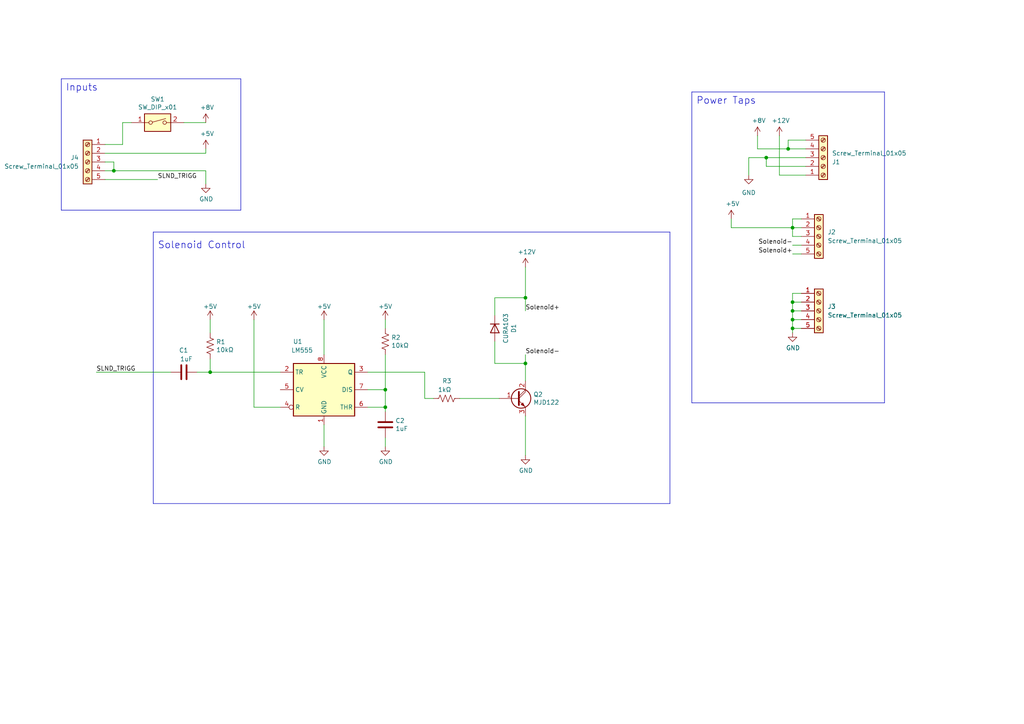
<source format=kicad_sch>
(kicad_sch (version 20230121) (generator eeschema)
  (paper "A4")
  (lib_symbols
    (symbol "Connector:Screw_Terminal_01x05" (pin_names (offset 1.016) hide)
      (property "Reference" "J" (at 0 7.62 0))
      (property "Value" "Screw_Terminal_01x05" (at 0 -7.62 0))
      (symbol "Screw_Terminal_01x05_1_1"
        (rectangle (start -1.27 6.35) (end 1.27 -6.35) (stroke (width 0.254)) (fill (type background)))
        (circle (center 0 -5.08) (radius 0.635) (stroke (width 0.1524)))
        (circle (center 0 -2.54) (radius 0.635) (stroke (width 0.1524)))
        (polyline (pts (xy -0.5334 -4.7498) (xy 0.3302 -5.588)) (stroke (width 0.1524)))
        (polyline (pts (xy -0.5334 -2.2098) (xy 0.3302 -3.048)) (stroke (width 0.1524)))
        (polyline (pts (xy -0.5334 0.3302) (xy 0.3302 -0.508)) (stroke (width 0.1524)))
        (polyline (pts (xy -0.5334 2.8702) (xy 0.3302 2.032)) (stroke (width 0.1524)))
        (polyline (pts (xy -0.5334 5.4102) (xy 0.3302 4.572)) (stroke (width 0.1524)))
        (polyline (pts (xy -0.3556 -4.572) (xy 0.508 -5.4102)) (stroke (width 0.1524)))
        (polyline (pts (xy -0.3556 -2.032) (xy 0.508 -2.8702)) (stroke (width 0.1524)))
        (polyline (pts (xy -0.3556 0.508) (xy 0.508 -0.3302)) (stroke (width 0.1524)))
        (polyline (pts (xy -0.3556 3.048) (xy 0.508 2.2098)) (stroke (width 0.1524)))
        (polyline (pts (xy -0.3556 5.588) (xy 0.508 4.7498)) (stroke (width 0.1524)))
        (circle (center 0 0) (radius 0.635) (stroke (width 0.1524)))
        (circle (center 0 2.54) (radius 0.635) (stroke (width 0.1524)))
        (circle (center 0 5.08) (radius 0.635) (stroke (width 0.1524)))
        (pin passive line (at -5.08 5.08 0) (length 3.81) (name "Pin_1") (number "1"))
        (pin passive line (at -5.08 2.54 0) (length 3.81) (name "Pin_2") (number "2"))
        (pin passive line (at -5.08 0 0) (length 3.81) (name "Pin_3") (number "3"))
        (pin passive line (at -5.08 -2.54 0) (length 3.81) (name "Pin_4") (number "4"))
        (pin passive line (at -5.08 -5.08 0) (length 3.81) (name "Pin_5") (number "5"))
      )
    )
    (symbol "Device:C" (pin_numbers hide) (pin_names (offset 0.254))
      (property "Reference" "C" (at 0.635 2.54 0))
      (property "Value" "C" (at 0.635 -2.54 0))
      (symbol "C_0_1"
        (polyline (pts (xy -2.032 -0.762) (xy 2.032 -0.762)) (stroke (width 0.508)))
        (polyline (pts (xy -2.032 0.762) (xy 2.032 0.762)) (stroke (width 0.508)))
      )
      (symbol "C_1_1"
        (pin passive line (at 0 3.81 270) (length 2.794) (name "~") (number "1"))
        (pin passive line (at 0 -3.81 90) (length 2.794) (name "~") (number "2"))
      )
    )
    (symbol "Device:D" (pin_numbers hide) (pin_names (offset 1.016) hide)
      (property "Reference" "D" (at 0 2.54 0))
      (property "Value" "D" (at 0 -2.54 0))
      (symbol "D_0_1"
        (polyline (pts (xy -1.27 1.27) (xy -1.27 -1.27)) (stroke (width 0.254)))
        (polyline (pts (xy 1.27 0) (xy -1.27 0)))
        (polyline (pts (xy 1.27 1.27) (xy 1.27 -1.27) (xy -1.27 0) (xy 1.27 1.27)) (stroke (width 0.254)))
      )
      (symbol "D_1_1"
        (pin passive line (at -3.81 0 0) (length 2.54) (name "K") (number "1"))
        (pin passive line (at 3.81 0 180) (length 2.54) (name "A") (number "2"))
      )
    )
    (symbol "Device:Q_NPN_Darlington_BCE" (pin_names (offset 0) hide)
      (property "Reference" "Q" (at 4.572 1.27 0))
      (property "Value" "Q_NPN_Darlington_BCE" (at 4.572 -1.27 0))
      (symbol "Q_NPN_Darlington_BCE_0_1"
        (polyline (pts (xy 0.635 0.635) (xy 2.54 2.54)))
        (polyline (pts (xy 0.635 -0.635) (xy 2.54 -2.54) (xy 2.54 -2.54)))
        (polyline (pts (xy 0.635 0) (xy 2.54 1.905) (xy 2.54 2.54)))
        (polyline (pts (xy 0.635 1.905) (xy 0.635 -1.905) (xy 0.635 -1.905)) (stroke (width 0.508)))
        (polyline (pts (xy 1.27 -1.778) (xy 1.778 -1.27) (xy 2.286 -2.286) (xy 1.27 -1.778) (xy 1.27 -1.778)) (fill (type outline)))
        (circle (center 1.27 0) (radius 2.8194) (stroke (width 0.254)))
      )
      (symbol "Q_NPN_Darlington_BCE_1_1"
        (pin input line (at -5.08 0 0) (length 5.715) (name "B") (number "1"))
        (pin passive line (at 2.54 5.08 270) (length 2.54) (name "C") (number "2"))
        (pin passive line (at 2.54 -5.08 90) (length 2.54) (name "E") (number "3"))
      )
    )
    (symbol "Device:R_US" (pin_numbers hide) (pin_names (offset 0))
      (property "Reference" "R" (at 2.54 0 90))
      (property "Value" "R_US" (at -2.54 0 90))
      (symbol "R_US_0_1"
        (polyline (pts (xy 0 -2.286) (xy 0 -2.54)))
        (polyline (pts (xy 0 2.286) (xy 0 2.54)))
        (polyline (pts (xy 0 -0.762) (xy 1.016 -1.143) (xy 0 -1.524) (xy -1.016 -1.905) (xy 0 -2.286)))
        (polyline (pts (xy 0 0.762) (xy 1.016 0.381) (xy 0 0) (xy -1.016 -0.381) (xy 0 -0.762)))
        (polyline (pts (xy 0 2.286) (xy 1.016 1.905) (xy 0 1.524) (xy -1.016 1.143) (xy 0 0.762)))
      )
      (symbol "R_US_1_1"
        (pin passive line (at 0 3.81 270) (length 1.27) (name "~") (number "1"))
        (pin passive line (at 0 -3.81 90) (length 1.27) (name "~") (number "2"))
      )
    )
    (symbol "Switch:SW_DIP_x01" (pin_names (offset 0) hide)
      (property "Reference" "SW" (at 0 3.81 0))
      (property "Value" "SW_DIP_x01" (at 0 -3.81 0))
      (symbol "SW_DIP_x01_0_0"
        (circle (center -2.032 0) (radius 0.508))
        (polyline (pts (xy -1.524 0.127) (xy 2.3622 1.1684)))
        (circle (center 2.032 0) (radius 0.508))
      )
      (symbol "SW_DIP_x01_0_1"
        (rectangle (start -3.81 2.54) (end 3.81 -2.54) (stroke (width 0.254)) (fill (type background)))
      )
      (symbol "SW_DIP_x01_1_1"
        (pin passive line (at -7.62 0 0) (length 5.08) (name "~") (number "1"))
        (pin passive line (at 7.62 0 180) (length 5.08) (name "~") (number "2"))
      )
    )
    (symbol "power:+12V" (power) (pin_names (offset 0))
      (property "Value" "+12V" (at 0 3.556 0))
      (symbol "+12V_0_1"
        (polyline (pts (xy -0.762 1.27) (xy 0 2.54)))
        (polyline (pts (xy 0 0) (xy 0 2.54)))
        (polyline (pts (xy 0 2.54) (xy 0.762 1.27)))
      )
      (symbol "+12V_1_1"
        (pin power_in line (at 0 0 90) (length 0) hide (name "+12V") (number "1"))
      )
    )
    (symbol "power:+5V" (power) (pin_names (offset 0))
      (property "Value" "+5V" (at 0 3.556 0))
      (symbol "+5V_0_1"
        (polyline (pts (xy -0.762 1.27) (xy 0 2.54)))
        (polyline (pts (xy 0 0) (xy 0 2.54)))
        (polyline (pts (xy 0 2.54) (xy 0.762 1.27)))
      )
      (symbol "+5V_1_1"
        (pin power_in line (at 0 0 90) (length 0) hide (name "+5V") (number "1"))
      )
    )
    (symbol "power:+8V" (power) (pin_names (offset 0))
      (property "Value" "+8V" (at 0 3.556 0))
      (symbol "+8V_0_1"
        (polyline (pts (xy -0.762 1.27) (xy 0 2.54)))
        (polyline (pts (xy 0 0) (xy 0 2.54)))
        (polyline (pts (xy 0 2.54) (xy 0.762 1.27)))
      )
      (symbol "+8V_1_1"
        (pin power_in line (at 0 0 90) (length 0) hide (name "+8V") (number "1"))
      )
    )
    (symbol "power:GND" (power) (pin_names (offset 0))
      (property "Value" "GND" (at 0 -3.81 0))
      (symbol "GND_0_1"
        (polyline (pts (xy 0 0) (xy 0 -1.27) (xy 1.27 -1.27) (xy 0 -2.54) (xy -1.27 -1.27) (xy 0 -1.27)))
      )
      (symbol "GND_1_1"
        (pin power_in line (at 0 0 270) (length 0) hide (name "GND") (number "1"))
      )
    )
    (symbol "seedlab-power-rescue:LM555-Timer"
      (property "Reference" "U" (at -10.16 8.89 0))
      (property "Value" "Timer_LM555" (at 2.54 8.89 0))
      (symbol "LM555-Timer_0_0"
        (pin power_in line (at 0 -10.16 90) (length 2.54) (name "GND") (number "1"))
        (pin power_in line (at 0 10.16 270) (length 2.54) (name "VCC") (number "8"))
      )
      (symbol "LM555-Timer_0_1"
        (rectangle (start -8.89 -7.62) (end 8.89 7.62) (stroke (width 0.254)) (fill (type background)))
        (rectangle (start -8.89 -7.62) (end 8.89 7.62) (stroke (width 0.254)) (fill (type background)))
      )
      (symbol "LM555-Timer_1_1"
        (pin input line (at -12.7 5.08 0) (length 3.81) (name "TR") (number "2"))
        (pin output line (at 12.7 5.08 180) (length 3.81) (name "Q") (number "3"))
        (pin input inverted (at -12.7 -5.08 0) (length 3.81) (name "R") (number "4"))
        (pin input line (at -12.7 0 0) (length 3.81) (name "CV") (number "5"))
        (pin input line (at 12.7 -5.08 180) (length 3.81) (name "THR") (number "6"))
        (pin input line (at 12.7 0 180) (length 3.81) (name "DIS") (number "7"))
      )
    )
  )
  (junction (at 60.96 107.95))
  (junction (at 152.4 86.36))
  (junction (at 229.87 87.63))
  (junction (at 229.87 95.25))
  (junction (at 222.25 45.72))
  (junction (at 33.02 49.53))
  (junction (at 229.87 90.17))
  (junction (at 111.76 118.11))
  (junction (at 229.87 92.71))
  (junction (at 152.4 105.41))
  (junction (at 111.76 113.03))
  (junction (at 228.6 43.18))
  (junction (at 229.87 66.04))
  (wire (pts (xy 226.06 39.37) (xy 226.06 50.8)))
  (wire (pts (xy 59.69 43.18) (xy 59.69 44.45)))
  (polyline (pts (xy 194.31 67.31) (xy 194.31 146.05)))
  (polyline (pts (xy 200.66 26.67) (xy 256.54 26.67)))
  (wire (pts (xy 35.56 35.56) (xy 38.1 35.56)))
  (wire (pts (xy 143.51 86.36) (xy 152.4 86.36)))
  (wire (pts (xy 232.41 73.66) (xy 229.87 73.66)))
  (polyline (pts (xy 44.45 67.31) (xy 194.31 67.31)))
  (wire (pts (xy 229.87 68.58) (xy 229.87 66.04)))
  (wire (pts (xy 111.76 95.25) (xy 111.76 92.71)))
  (wire (pts (xy 229.87 90.17) (xy 229.87 92.71)))
  (wire (pts (xy 111.76 118.11) (xy 111.76 113.03)))
  (polyline (pts (xy 256.54 26.67) (xy 256.54 116.84)))
  (polyline (pts (xy 17.78 22.86) (xy 69.85 22.86)))
  (wire (pts (xy 226.06 50.8) (xy 233.68 50.8)))
  (wire (pts (xy 228.6 43.18) (xy 233.68 43.18)))
  (wire (pts (xy 123.19 107.95) (xy 106.68 107.95)))
  (polyline (pts (xy 200.66 116.84) (xy 256.54 116.84)))
  (wire (pts (xy 35.56 35.56) (xy 35.56 41.91)))
  (wire (pts (xy 27.94 107.95) (xy 49.53 107.95)))
  (polyline (pts (xy 200.66 116.84) (xy 200.66 26.67)))
  (wire (pts (xy 232.41 90.17) (xy 229.87 90.17)))
  (wire (pts (xy 232.41 87.63) (xy 229.87 87.63)))
  (polyline (pts (xy 69.85 22.86) (xy 69.85 60.96)))
  (wire (pts (xy 33.02 49.53) (xy 33.02 46.99)))
  (wire (pts (xy 106.68 118.11) (xy 111.76 118.11)))
  (wire (pts (xy 133.35 115.57) (xy 144.78 115.57)))
  (wire (pts (xy 232.41 92.71) (xy 229.87 92.71)))
  (wire (pts (xy 125.73 115.57) (xy 123.19 115.57)))
  (wire (pts (xy 217.17 50.8) (xy 217.17 45.72)))
  (wire (pts (xy 53.34 35.56) (xy 59.69 35.56)))
  (wire (pts (xy 143.51 99.06) (xy 143.51 105.41)))
  (wire (pts (xy 73.66 92.71) (xy 73.66 118.11)))
  (polyline (pts (xy 44.45 146.05) (xy 44.45 67.31)))
  (wire (pts (xy 229.87 63.5) (xy 232.41 63.5)))
  (wire (pts (xy 111.76 127) (xy 111.76 129.54)))
  (wire (pts (xy 152.4 120.65) (xy 152.4 132.08)))
  (wire (pts (xy 30.48 41.91) (xy 35.56 41.91)))
  (polyline (pts (xy 194.31 146.05) (xy 44.45 146.05)))
  (wire (pts (xy 229.87 95.25) (xy 229.87 96.52)))
  (wire (pts (xy 123.19 115.57) (xy 123.19 107.95)))
  (wire (pts (xy 222.25 48.26) (xy 233.68 48.26)))
  (wire (pts (xy 73.66 118.11) (xy 81.28 118.11)))
  (wire (pts (xy 222.25 45.72) (xy 233.68 45.72)))
  (wire (pts (xy 93.98 92.71) (xy 93.98 102.87)))
  (wire (pts (xy 111.76 113.03) (xy 106.68 113.03)))
  (wire (pts (xy 229.87 68.58) (xy 232.41 68.58)))
  (wire (pts (xy 143.51 91.44) (xy 143.51 86.36)))
  (wire (pts (xy 33.02 46.99) (xy 30.48 46.99)))
  (wire (pts (xy 143.51 105.41) (xy 152.4 105.41)))
  (wire (pts (xy 111.76 119.38) (xy 111.76 118.11)))
  (wire (pts (xy 60.96 96.52) (xy 60.96 92.71)))
  (wire (pts (xy 30.48 52.07) (xy 45.72 52.07)))
  (wire (pts (xy 59.69 49.53) (xy 33.02 49.53)))
  (wire (pts (xy 219.71 43.18) (xy 228.6 43.18)))
  (wire (pts (xy 228.6 40.64) (xy 228.6 43.18)))
  (wire (pts (xy 232.41 85.09) (xy 229.87 85.09)))
  (wire (pts (xy 229.87 87.63) (xy 229.87 90.17)))
  (wire (pts (xy 212.09 63.5) (xy 212.09 66.04)))
  (wire (pts (xy 60.96 104.14) (xy 60.96 107.95)))
  (wire (pts (xy 229.87 92.71) (xy 229.87 95.25)))
  (wire (pts (xy 152.4 110.49) (xy 152.4 105.41)))
  (wire (pts (xy 232.41 95.25) (xy 229.87 95.25)))
  (wire (pts (xy 93.98 129.54) (xy 93.98 123.19)))
  (wire (pts (xy 219.71 43.18) (xy 219.71 39.37)))
  (wire (pts (xy 59.69 44.45) (xy 30.48 44.45)))
  (wire (pts (xy 229.87 66.04) (xy 232.41 66.04)))
  (polyline (pts (xy 17.78 60.96) (xy 69.85 60.96)))
  (wire (pts (xy 229.87 66.04) (xy 229.87 63.5)))
  (wire (pts (xy 60.96 107.95) (xy 81.28 107.95)))
  (wire (pts (xy 152.4 105.41) (xy 152.4 102.87)))
  (wire (pts (xy 33.02 49.53) (xy 30.48 49.53)))
  (wire (pts (xy 111.76 113.03) (xy 111.76 102.87)))
  (wire (pts (xy 152.4 86.36) (xy 152.4 90.17)))
  (wire (pts (xy 229.87 85.09) (xy 229.87 87.63)))
  (wire (pts (xy 212.09 66.04) (xy 229.87 66.04)))
  (wire (pts (xy 222.25 48.26) (xy 222.25 45.72)))
  (wire (pts (xy 57.15 107.95) (xy 60.96 107.95)))
  (wire (pts (xy 59.69 53.34) (xy 59.69 49.53)))
  (wire (pts (xy 233.68 40.64) (xy 228.6 40.64)))
  (wire (pts (xy 229.87 71.12) (xy 232.41 71.12)))
  (wire (pts (xy 217.17 45.72) (xy 222.25 45.72)))
  (polyline (pts (xy 17.78 60.96) (xy 17.78 22.86)))
  (wire (pts (xy 152.4 77.47) (xy 152.4 86.36)))
  (text "Solenoid Control" (at 45.72 72.39 0) (effects (font (size 2.0066 2.0066)) (justify left bottom)))
  (text "Power Taps\n" (at 201.93 30.48 0) (effects (font (size 2.0066 2.0066)) (justify left bottom)))
  (text "Inputs" (at 19.05 26.67 0) (effects (font (size 2.0066 2.0066)) (justify left bottom)))
  (label "SLND_TRIGG" (at 27.94 107.95 0))
  (label "SLND_TRIGG" (at 45.72 52.07 0))
  (label "Solenoid+" (at 152.4 90.17 0))
  (label "Solenoid-" (at 152.4 102.87 0))
  (label "Solenoid+" (at 229.87 73.66 180))
  (label "Solenoid-" (at 229.87 71.12 180))
  (symbol (lib_id "Device:D") (at 143.51 95.25 270) (unit 1)
    (property "Reference" "D1" (at 148.9964 95.25 0))
    (property "Value" "CURA103" (at 146.685 95.25 0))
    (property "Footprint" "seedlab-power:DO-214AC" (effects hide))
  )
  (symbol (lib_id "power:GND") (at 152.4 132.08 0) (unit 1)
    (property "Reference" "#PWR013" (effects hide))
    (property "Value" "GND" (at 152.527 136.4742 0))
  )
  (symbol (lib_id "power:GND") (at 217.17 50.8 0) (unit 1)
    (property "Reference" "#PWR015" (effects hide))
    (property "Value" "GND" (at 217.17 55.88 0))
  )
  (symbol (lib_id "power:+8V") (at 219.71 39.37 0) (unit 1)
    (property "Reference" "#PWR016" (effects hide))
    (property "Value" "+8V" (at 220.091 34.9758 0))
  )
  (symbol (lib_id "power:+12V") (at 226.06 39.37 0) (unit 1)
    (property "Reference" "#PWR017" (effects hide))
    (property "Value" "+12V" (at 226.441 34.9758 0))
  )
  (symbol (lib_id "power:+12V") (at 152.4 77.47 0) (unit 1)
    (property "Reference" "#PWR012" (effects hide))
    (property "Value" "+12V" (at 152.781 73.0758 0))
  )
  (symbol (lib_id "power:+5V") (at 212.09 63.5 0) (unit 1)
    (property "Reference" "#PWR014" (effects hide))
    (property "Value" "+5V" (at 212.471 59.1058 0))
  )
  (symbol (lib_id "power:GND") (at 229.87 96.52 0) (unit 1)
    (property "Reference" "#PWR018" (effects hide))
    (property "Value" "GND" (at 229.997 100.9142 0))
  )
  (symbol (lib_id "Device:Q_NPN_Darlington_BCE") (at 149.86 115.57 0) (unit 1)
    (property "Reference" "Q2" (at 154.686 114.4016 0) (effects (justify left)))
    (property "Value" "MJD122" (at 154.686 116.713 0) (effects (justify left)))
    (property "Footprint" "Package_TO_SOT_SMD:TO-263-2" (effects hide))
  )
  (symbol (lib_id "power:+8V") (at 59.69 35.56 0) (unit 1)
    (property "Reference" "#PWR01" (effects hide))
    (property "Value" "+8V" (at 60.071 31.1658 0))
  )
  (symbol (lib_id "power:+5V") (at 59.69 43.18 0) (unit 1)
    (property "Reference" "#PWR02" (effects hide))
    (property "Value" "+5V" (at 60.071 38.7858 0))
  )
  (symbol (lib_id "power:GND") (at 59.69 53.34 0) (unit 1)
    (property "Reference" "#PWR03" (effects hide))
    (property "Value" "GND" (at 59.817 57.7342 0))
  )
  (symbol (lib_id "Switch:SW_DIP_x01") (at 45.72 35.56 0) (unit 1)
    (property "Reference" "SW1" (at 45.72 28.7782 0))
    (property "Value" "SW_DIP_x01" (at 45.72 31.0896 0))
    (property "Footprint" "seedlab-power:ANT11SF1CQE" (effects hide))
  )
  (symbol (lib_id "Device:C") (at 111.76 123.19 0) (unit 1)
    (property "Reference" "C2" (at 114.681 122.0216 0) (effects (justify left)))
    (property "Value" "1uF" (at 114.681 124.333 0) (effects (justify left)))
    (property "Footprint" "Capacitor_SMD:C_1206_3216Metric" (effects hide))
  )
  (symbol (lib_id "Device:C") (at 53.34 107.95 90) (unit 1)
    (property "Reference" "C1" (at 54.61 101.6 90) (effects (justify left)))
    (property "Value" "1uF" (at 55.88 104.14 90) (effects (justify left)))
    (property "Footprint" "Capacitor_SMD:C_1206_3216Metric" (effects hide))
  )
  (symbol (lib_id "Device:R_US") (at 60.96 100.33 0) (unit 1)
    (property "Reference" "R1" (at 62.6872 99.1616 0) (effects (justify left)))
    (property "Value" "10kΩ" (at 62.6872 101.473 0) (effects (justify left)))
    (property "Footprint" "Resistor_SMD:R_1206_3216Metric" (effects hide))
  )
  (symbol (lib_id "Device:R_US") (at 129.54 115.57 270) (unit 1)
    (property "Reference" "R3" (at 128.27 110.49 90) (effects (justify left)))
    (property "Value" "1kΩ" (at 127 113.03 90) (effects (justify left)))
    (property "Footprint" "Resistor_SMD:R_1206_3216Metric" (effects hide))
  )
  (symbol (lib_id "Device:R_US") (at 111.76 99.06 0) (unit 1)
    (property "Reference" "R2" (at 113.4872 97.8916 0) (effects (justify left)))
    (property "Value" "10kΩ" (at 113.4872 100.203 0) (effects (justify left)))
    (property "Footprint" "Resistor_SMD:R_1206_3216Metric" (effects hide))
  )
  (symbol (lib_id "power:+5V") (at 73.66 92.71 0) (unit 1)
    (property "Reference" "#PWR05" (effects hide))
    (property "Value" "+5V" (at 73.66 88.9 0))
  )
  (symbol (lib_id "power:+5V") (at 93.98 92.71 0) (unit 1)
    (property "Reference" "#PWR06" (effects hide))
    (property "Value" "+5V" (at 93.98 88.9 0))
  )
  (symbol (lib_id "seedlab-power-rescue:LM555-Timer") (at 93.98 113.03 0) (unit 1)
    (property "Reference" "U1" (at 86.36 99.06 0))
    (property "Value" "LM555" (at 87.63 101.6 0))
    (property "Footprint" "Package_SO:SOIC-8-1EP_3.9x4.9mm_P1.27mm_EP2.514x3.2mm" (effects hide))
    (property "Datasheet" "http://www.ti.com/lit/ds/symlink/lm555.pdf" (effects hide))
  )
  (symbol (lib_id "power:GND") (at 93.98 129.54 0) (unit 1)
    (property "Reference" "#PWR07" (effects hide))
    (property "Value" "GND" (at 94.107 133.9342 0))
  )
  (symbol (lib_id "power:GND") (at 111.76 129.54 0) (unit 1)
    (property "Reference" "#PWR09" (effects hide))
    (property "Value" "GND" (at 111.887 133.9342 0))
  )
  (symbol (lib_id "power:+5V") (at 111.76 92.71 0) (unit 1)
    (property "Reference" "#PWR08" (effects hide))
    (property "Value" "+5V" (at 111.76 88.9 0))
  )
  (symbol (lib_id "power:+5V") (at 60.96 92.71 0) (unit 1)
    (property "Reference" "#PWR04" (effects hide))
    (property "Value" "+5V" (at 60.96 88.9 0))
  )
  (symbol (lib_id "Connector:Screw_Terminal_01x05") (at 25.4 46.99 0) (mirror y) (unit 1)
    (property "Reference" "J4" (at 22.86 45.72 0) (effects (justify left)))
    (property "Value" "Screw_Terminal_01x05" (at 22.86 48.26 0) (effects (justify left)))
    (property "Footprint" "TerminalBlock_Phoenix:TerminalBlock_Phoenix_PT-1,5-5-5.0-H_1x05_P5.00mm_Horizontal" (effects hide))
  )
  (symbol (lib_id "Connector:Screw_Terminal_01x05") (at 237.49 90.17 0) (unit 1)
    (property "Reference" "J3" (at 240.03 88.9 0) (effects (justify left)))
    (property "Value" "Screw_Terminal_01x05" (at 240.03 91.44 0) (effects (justify left)))
    (property "Footprint" "TerminalBlock_Phoenix:TerminalBlock_Phoenix_PT-1,5-5-5.0-H_1x05_P5.00mm_Horizontal" (effects hide))
  )
  (symbol (lib_id "Connector:Screw_Terminal_01x05") (at 237.49 68.58 0) (unit 1)
    (property "Reference" "J2" (at 240.03 67.31 0) (effects (justify left)))
    (property "Value" "Screw_Terminal_01x05" (at 240.03 69.85 0) (effects (justify left)))
    (property "Footprint" "TerminalBlock_Phoenix:TerminalBlock_Phoenix_PT-1,5-5-5.0-H_1x05_P5.00mm_Horizontal" (effects hide))
  )
  (symbol (lib_id "Connector:Screw_Terminal_01x05") (at 238.76 45.72 0) (mirror x) (unit 1)
    (property "Reference" "J1" (at 241.3 46.99 0) (effects (justify left)))
    (property "Value" "Screw_Terminal_01x05" (at 241.3 44.45 0) (effects (justify left)))
    (property "Footprint" "TerminalBlock_Phoenix:TerminalBlock_Phoenix_PT-1,5-5-5.0-H_1x05_P5.00mm_Horizontal" (effects hide))
  )
)
</source>
